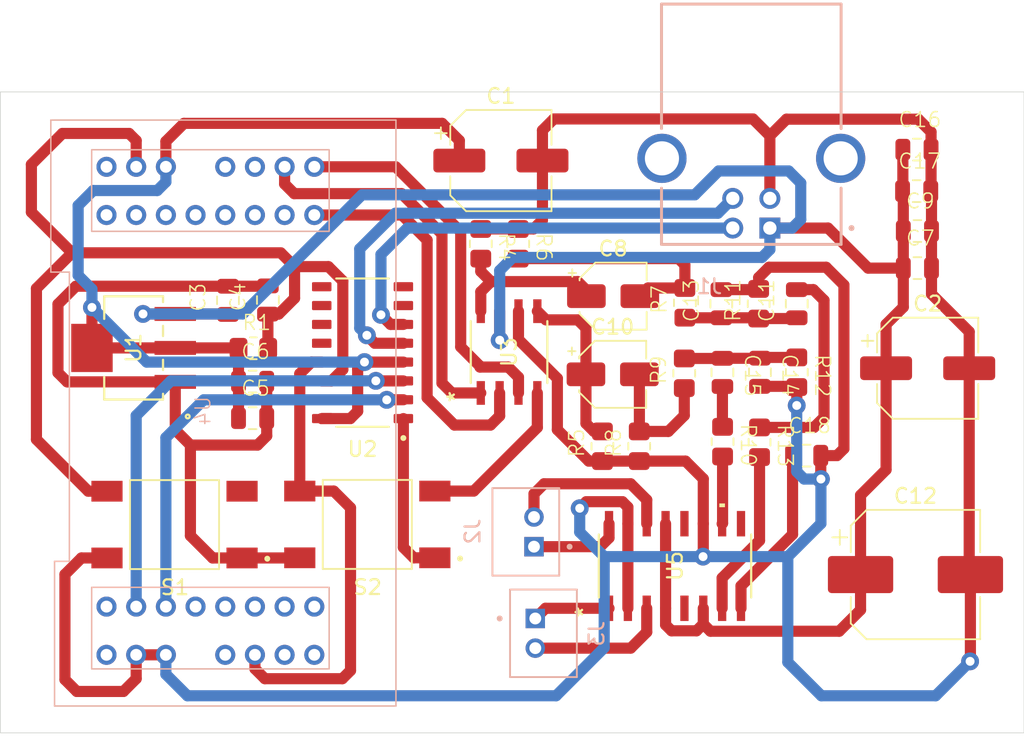
<source format=kicad_pcb>
(kicad_pcb (version 20240108) (generator "pcbnew") (generator_version "8.0")
  (layers (0 "F.Cu" signal) (31 "B.Cu" signal) (34 "B.Paste" user) (35 "F.Paste" user) (36 "B.SilkS" user "B.Silkscreen") (37 "F.SilkS" user "F.Silkscreen") (38 "B.Mask" user) (39 "F.Mask" user) (44 "Edge.Cuts" user))
  (net 0 "")
  (net 1 "GND")
  (net 2 "+3.3V")
  (net 3 "+5V")
  (net 4 "Net-(U3-AOUTR)")
  (net 5 "Net-(C8-Pad2)")
  (net 6 "Net-(U3-AOUTL)")
  (net 7 "Net-(C11-Pad2)")
  (net 8 "/Audio-Amp/Audo_L")
  (net 9 "/Audio-Amp/Audio_R")
  (net 10 "Net-(C10-Pad2)")
  (net 11 "Net-(U5-VREF)")
  (net 12 "/EN")
  (net 13 "Net-(C15-Pad2)")
  (net 14 "/Audio-Amp/R-")
  (net 15 "/Audio-Amp/R+")
  (net 16 "/Audio-Amp/L+")
  (net 17 "/Audio-Amp/L-")
  (net 18 "D+")
  (net 19 "D-")
  (net 20 "/IO0")
  (net 21 "Net-(U5-INL)")
  (net 22 "Net-(U5-INR)")
  (net 24 "/Data")
  (net 33 "/RX_ESP")
  (net 38 "/BCLK")
  (net 40 "/WS")
  (net 42 "/TX_ESP")
  (net 58 "Net-(J1-SHIELD-PadS1)")
  (footprint "PVA_board:C-0805" (layer "F.Cu") (at 188.53 92.23)
    (property "Reference" "C7")
    (property "Value" "1uF")
  )
  (footprint "PVA_board:C-0805" (layer "F.Cu") (at 142.0834 94.4 90)
    (property "Reference" "C3")
    (property "Value" "100nF")
  )
  (footprint "PVA_board:R-0805" (layer "F.Cu") (at 161.655 90.59 -90)
    (property "Reference" "R6")
    (property "Value" "10k")
  )
  (footprint "PVA_board:R-0805" (layer "F.Cu") (at 172.85 94.57 90)
    (property "Reference" "R7")
    (property "Value" "560")
  )
  (footprint "PVA_board:C-0805" (layer "F.Cu") (at 143.7434 102.35)
    (property "Reference" "C5")
    (property "Value" "100nF")
  )
  (footprint "PVA_board:C-0805" (layer "F.Cu") (at 180.4 94.63 90)
    (property "Reference" "C11")
    (property "Value" "0.47uF")
  )
  (footprint "PVA_board:CH430C_SOP16" (layer "F.Cu") (at 151.15 97.93 180)
    (property "Reference" "U2")
    (property "Value" "CH340C")
  )
  (footprint "PVA_board:CP_Elec_4x5.4" (layer "F.Cu") (at 168.03 94.12)
    (property "Reference" "C8")
    (property "Value" "3.3uF")
  )
  (footprint "PVA_board:R-0805" (layer "F.Cu") (at 169.775 104.24 90)
    (property "Reference" "R8")
    (property "Value" "10k")
  )
  (footprint "PVA_board:CP_Elec_6.3x5.4" (layer "F.Cu") (at 160.47 84.98)
    (property "Reference" "C1")
    (property "Value" "22uF")
  )
  (footprint "PVA_board:C-0805" (layer "F.Cu") (at 175.395 99.26 -90)
    (property "Reference" "C15")
    (property "Value" "0.47uF")
  )
  (footprint "PVA_board:CP_Elec_8x10.5" (layer "F.Cu") (at 188.4 112.89)
    (property "Reference" "C12")
    (property "Value" "470uF")
  )
  (footprint "PVA_board:C-0805" (layer "F.Cu") (at 177.92 99.25 -90)
    (property "Reference" "C14")
    (property "Value" "6nF")
  )
  (footprint "PVA_board:SOIC_8403DR_PAM8403-M" (layer "F.Cu") (at 172.2 112.31115 90)
    (property "Reference" "U5")
    (property "Value" "PAM8403DR")
  )
  (footprint "PVA_board:R-0805" (layer "F.Cu") (at 177.91 103.97 -90)
    (property "Reference" "R13")
    (property "Value" "20k")
  )
  (footprint "PVA_board:R-0805" (layer "F.Cu") (at 143.7934 97.62)
    (property "Reference" "R1")
    (property "Value" "10k")
  )
  (footprint "PVA_board:R-0805" (layer "F.Cu") (at 172.81 99.32 90)
    (property "Reference" "R9")
    (property "Value" "560")
  )
  (footprint "PVA_board:C-0805" (layer "F.Cu") (at 144.7734 94.38 90)
    (property "Reference" "C4")
    (property "Value" "1uF")
  )
  (footprint "PVA_board:SW_4pin_SMD" (layer "F.Cu") (at 138.4825 109.52 180)
    (property "Reference" "S1")
    (property "Value" "1571527-2")
  )
  (footprint "PVA_board:SW_4pin_SMD" (layer "F.Cu") (at 151.47 109.51 180)
    (property "Reference" "S2")
    (property "Value" "1571527-2")
  )
  (footprint "PVA_board:R-0805" (layer "F.Cu") (at 167.295 104.24 90)
    (property "Reference" "R5")
    (property "Value" "267k")
  )
  (footprint "PVA_board:R-0805" (layer "F.Cu") (at 175.42 103.93 -90)
    (property "Reference" "R10")
    (property "Value" "20k")
  )
  (footprint "PVA_board:C-0805" (layer "F.Cu") (at 188.53 89.73)
    (property "Reference" "C9")
    (property "Value" "0.1uF")
  )
  (footprint "PVA_board:CP_Elec_4x5.4" (layer "F.Cu") (at 168 99.39)
    (property "Reference" "C10")
    (property "Value" "3.3uF")
  )
  (footprint "PVA_board:R-0805" (layer "F.Cu") (at 159.13 90.59 -90)
    (property "Reference" "R4")
    (property "Value" "267k")
  )
  (footprint "PVA_board:SOT_AMS_ADS-M" (layer "F.Cu") (at 135.7267 97.61 90)
    (property "Reference" "U1")
    (property "Value" "AMS1117")
  )
  (footprint "PVA_board:C-0805" (layer "F.Cu") (at 188.48 87.04)
    (property "Reference" "C17")
    (property "Value" "1uF")
  )
  (footprint "PVA_board:CIR-SOIC-8_W150-M" (layer "F.Cu") (at 161.02 97.89 90)
    (property "Reference" "U3")
    (property "Value" "CS4334-KSZ")
  )
  (footprint "PVA_board:C-0805" (layer "F.Cu") (at 181.07 104.87)
    (property "Reference" "C18")
    (property "Value" ".1uF")
  )
  (footprint "PVA_board:C-0805" (layer "F.Cu") (at 175.32 94.63 90)
    (property "Reference" "C13")
    (property "Value" "6nF")
  )
  (footprint "PVA_board:C-0805" (layer "F.Cu") (at 188.5 84.24)
    (property "Reference" "C16")
    (property "Value" "1uF")
  )
  (footprint "PVA_board:R-0805" (layer "F.Cu") (at 177.82 94.63 90)
    (property "Reference" "R11")
    (property "Value" "22k")
  )
  (footprint "PVA_board:CP_Elec_6.3x5.4" (layer "F.Cu") (at 189.22 98.98)
    (property "Reference" "C2")
    (property "Value" "22uF")
  )
  (footprint "PVA_board:R-0805" (layer "F.Cu") (at 180.42 99.25 -90)
    (property "Reference" "R12")
    (property "Value" "22k")
  )
  (footprint "PVA_board:C-0805" (layer "F.Cu") (at 143.7434 99.88)
    (property "Reference" "C6")
    (property "Value" "0.1uF")
  )
  (footprint "PVA_board:2mm_2row_esp32_breakout" (layer "B.Cu") (at 140.9 101.85 -90)
    (property "Reference" "U4")
    (property "Value" "~")
  )
  (footprint "PVA_board:JST_B2B-PH" (layer "B.Cu") (at 162.7875 116.85 90)
    (property "Reference" "J3")
    (property "Value" "Audio_L")
  )
  (footprint "PVA_board:SAMTEC_USB-B-S-X-X-TH" (layer "B.Cu") (at 177.34 81.83)
    (property "Reference" "J1")
    (property "Value" "USB-B")
  )
  (footprint "PVA_board:JST_B2B-PH" (layer "B.Cu") (at 162.7 110.01 -90)
    (property "Reference" "J2")
    (property "Value" "Audio_R")
  )
  (gr_rect (start 126.75 80.35) (end 195.71 123.56) (stroke (width 0.05)) (fill none) (layer "Edge.Cuts"))
  (segment (start 169.025 108.34335) (end 168.6594 107.97775) (width 0.75) (layer "F.Cu") (net 1))
  (segment (start 174.105 109.46) (end 174.105 111.665) (width 0.75) (layer "F.Cu") (net 1))
  (segment (start 133.9325 111.77) (end 132.21 111.77) (width 0.75) (layer "F.Cu") (net 1))
  (segment (start 135.9 119.91) (end 135.9 118.3) (width 0.75) (layer "F.Cu") (net 1))
  (segment (start 182.02 106.44) (end 182.03 106.45) (width 0.75) (layer "F.Cu") (net 1))
  (segment (start 182.02 104.87) (end 182.02 106.44) (width 0.75) (layer "F.Cu") (net 1))
  (segment (start 189.48 92.23) (end 189.48 93.98) (width 0.75) (layer "F.Cu") (net 1))
  (segment (start 188.59 82.19) (end 189.45 83.05) (width 0.75) (layer "F.Cu") (net 1))
  (segment (start 162.67 89.59) (end 163.27 88.99) (width 0.75) (layer "F.Cu") (net 1))
  (segment (start 180.405 101.485) (end 180.4 101.49) (width 0.75) (layer "F.Cu") (net 1))
  (segment (start 163.27 88.99) (end 163.27 84.98) (width 0.75) (layer "F.Cu") (net 1))
  (segment (start 189.48 89.73) (end 189.48 87.09) (width 0.75) (layer "F.Cu") (net 1))
  (segment (start 161.64 89.59) (end 162.67 89.59) (width 0.75) (layer "F.Cu") (net 1))
  (segment (start 161.655 97.0464) (end 164.275 99.6664) (width 0.75) (layer "F.Cu") (net 1))
  (segment (start 164.035 82.175) (end 177.455 82.175) (width 0.75) (layer "F.Cu") (net 1))
  (segment (start 192.02 112.81) (end 192.1 112.89) (width 0.75) (layer "F.Cu") (net 1))
  (segment (start 178.59 87.53) (end 178.59 83.31) (width 0.75) (layer "F.Cu") (net 1))
  (segment (start 192.02 98.98) (end 192.02 112.81) (width 0.75) (layer "F.Cu") (net 1))
  (segment (start 174.105 111.665) (end 174.09 111.68) (width 0.75) (layer "F.Cu") (net 1))
  (segment (start 177.785 93.68) (end 177.835 93.63) (width 0.75) (layer "F.Cu") (net 1))
  (segment (start 180.405 100.25) (end 180.405 101.485) (width 0.75) (layer "F.Cu") (net 1))
  (segment (start 189.45 84.24) (end 189.45 87.02) (width 0.75) (layer "F.Cu") (net 1))
  (segment (start 154.6 111.76) (end 156.02 111.76) (width 0.75) (layer "F.Cu") (net 1))
  (segment (start 189.48 87.09) (end 189.43 87.04) (width 0.75) (layer "F.Cu") (net 1))
  (segment (start 178.53 92.17) (end 177.835 92.865) (width 0.75) (layer "F.Cu") (net 1))
  (segment (start 189.45 83.05) (end 189.45 84.24) (width 0.75) (layer "F.Cu") (net 1))
  (segment (start 142.0834 93.45) (end 144.7534 93.45) (width 0.75) (layer "F.Cu") (net 1))
  (segment (start 153.9 102.375) (end 153.9 111.06) (width 0.75) (layer "F.Cu") (net 1))
  (segment (start 183.11 104.87) (end 183.58 104.4) (width 0.75) (layer "F.Cu") (net 1))
  (segment (start 130.63 99.28) (end 131.25 99.9) (width 0.75) (layer "F.Cu") (net 1))
  (segment (start 161.655 95.1341) (end 161.655 97.0464) (width 0.75) (layer "F.Cu") (net 1))
  (segment (start 174.105 106.435) (end 174.105 109.46) (width 0.75) (layer "F.Cu") (net 1))
  (segment (start 175.32 93.68) (end 177.785 93.68) (width 0.75) (layer "F.Cu") (net 1))
  (segment (start 131.84 93.45) (end 130.63 94.66) (width 0.75) (layer "F.Cu") (net 1))
  (segment (start 144.6934 102.35) (end 144.6934 99.88) (width 0.75) (layer "F.Cu") (net 1))
  (segment (start 144.7534 93.45) (end 144.7734 93.43) (width 0.75) (layer "F.Cu") (net 1))
  (segment (start 144.0734 104.16) (end 144.6934 103.54) (width 0.75) (layer "F.Cu") (net 1))
  (segment (start 138.5334 103.14) (end 139.5534 104.16) (width 0.75) (layer "F.Cu") (net 1))
  (segment (start 177.92 100.2) (end 180.355 100.2) (width 0.75) (layer "F.Cu") (net 1))
  (segment (start 153.9 111.06) (end 154.6 111.76) (width 0.75) (layer "F.Cu") (net 1))
  (segment (start 139.5534 110.2734) (end 141.05 111.77) (width 0.75) (layer "F.Cu") (net 1))
  (segment (start 182.38 92.17) (end 178.53 92.17) (width 0.75) (layer "F.Cu") (net 1))
  (segment (start 177.455 82.175) (end 178.59 83.31) (width 0.75) (layer "F.Cu") (net 1))
  (segment (start 189.48 93.98) (end 192.02 96.52) (width 0.75) (layer "F.Cu") (net 1))
  (segment (start 189.45 87.02) (end 189.43 87.04) (width 0.75) (layer "F.Cu") (net 1))
  (segment (start 139.5534 104.16) (end 144.0734 104.16) (width 0.75) (layer "F.Cu") (net 1))
  (segment (start 135.9 118.3) (end 137.9 118.3) (width 0.75) (layer "F.Cu") (net 1))
  (segment (start 130.63 94.66) (end 130.63 99.28) (width 0.75) (layer "F.Cu") (net 1))
  (segment (start 192.1 112.89) (end 192.1 118.72) (width 0.75) (layer "F.Cu") (net 1))
  (segment (start 144.6934 103.54) (end 144.6934 102.35) (width 0.75) (layer "F.Cu") (net 1))
  (segment (start 167.31 105.24) (end 169.79 105.24) (width 0.75) (layer "F.Cu") (net 1))
  (segment (start 168.6594 107.97775) (end 166.22225 107.97775) (width 0.75) (layer "F.Cu") (net 1))
  (segment (start 163.27 84.98) (end 163.27 82.94) (width 0.75) (layer "F.Cu") (net 1))
  (segment (start 192.1 118.72) (end 192.08 118.74) (width 0.75) (layer "F.Cu") (net 1))
  (segment (start 161.64 89.59) (end 159.115 89.59) (width 0.75) (layer "F.Cu") (net 1))
  (segment (start 131.1 112.88) (end 131.1 119.97) (width 0.75) (layer "F.Cu") (net 1))
  (segment (start 141.05 111.77) (end 143.0325 111.77) (width 0.75) (layer "F.Cu") (net 1))
  (segment (start 131.1 119.97) (end 131.9 120.77) (width 0.75) (layer "F.Cu") (net 1))
  (segment (start 178.59 83.31) (end 179.71 82.19) (width 0.75) (layer "F.Cu") (net 1))
  (segment (start 139.5534 104.16) (end 139.5534 110.2734) (width 0.75) (layer "F.Cu") (net 1))
  (segment (start 180.355 100.2) (end 180.405 100.25) (width 0.75) (layer "F.Cu") (net 1))
  (segment (start 143.0325 111.77) (end 146.91 111.77) (width 0.75) (layer "F.Cu") (net 1))
  (segment (start 132.21 111.77) (end 131.1 112.88) (width 0.75) (layer "F.Cu") (net 1))
  (segment (start 146.91 111.77) (end 146.92 111.76) (width 0.75) (layer "F.Cu") (net 1))
  (segment (start 135.04 120.77) (end 135.9 119.91) (width 0.75) (layer "F.Cu") (net 1))
  (segment (start 164.275 99.6664) (end 164.275 103.125) (width 0.75) (layer "F.Cu") (net 1))
  (segment (start 182.02 104.87) (end 183.11 104.87) (width 0.75) (layer "F.Cu") (net 1))
  (segment (start 166.39 105.24) (end 167.31 105.24) (width 0.75) (layer "F.Cu") (net 1))
  (segment (start 189.48 89.73) (end 189.48 92.23) (width 0.75) (layer "F.Cu") (net 1))
  (segment (start 169.79 105.24) (end 172.91 105.24) (width 0.75) (layer "F.Cu") (net 1))
  (segment (start 177.835 92.865) (end 177.835 93.63) (width 0.75) (layer "F.Cu") (net 1))
  (segment (start 131.25 99.9) (end 138.5334 99.9) (width 0.75) (layer "F.Cu") (net 1))
  (segment (start 172.91 105.24) (end 174.105 106.435) (width 0.75) (layer "F.Cu") (net 1))
  (segment (start 179.71 82.19) (end 188.59 82.19) (width 0.75) (layer "F.Cu") (net 1))
  (segment (start 163.27 82.94) (end 164.035 82.175) (width 0.75) (layer "F.Cu") (net 1))
  (segment (start 183.58 104.4) (end 183.58 93.37) (width 0.75) (layer "F.Cu") (net 1))
  (segment (start 164.275 103.125) (end 166.39 105.24) (width 0.75) (layer "F.Cu") (net 1))
  (segment (start 169.025 109.46) (end 169.025 108.34335) (width 0.75) (layer "F.Cu") (net 1))
  (segment (start 192.02 96.52) (end 192.02 98.98) (width 0.75) (layer "F.Cu") (net 1))
  (segment (start 131.9 120.77) (end 135.04 120.77) (width 0.75) (layer "F.Cu") (net 1))
  (segment (start 166.22225 107.97775) (end 165.78 108.42) (width 0.75) (layer "F.Cu") (net 1))
  (segment (start 183.58 93.37) (end 182.38 92.17) (width 0.75) (layer "F.Cu") (net 1))
  (segment (start 142.0834 93.45) (end 131.84 93.45) (width 0.75) (layer "F.Cu") (net 1))
  (segment (start 169.025 109.46) (end 169.025 115.1623) (width 0.75) (layer "F.Cu") (net 1))
  (segment (start 138.5334 99.9) (end 138.5334 103.14) (width 0.75) (layer "F.Cu") (net 1))
  (via (at 192.08 118.74) (size 1.2) (drill 0.6) (layers "F.Cu" "B.Cu") (net 1))
  (via (at 174.09 111.68) (size 1.2) (drill 0.6) (layers "F.Cu" "B.Cu") (net 1))
  (via (at 182.03 106.45) (size 1.2) (drill 0.6) (layers "F.Cu" "B.Cu") (net 1))
  (via (at 180.4 101.49) (size 1.2) (drill 0.6) (layers "F.Cu" "B.Cu") (net 1))
  (via (at 165.78 108.42) (size 1.2) (drill 0.6) (layers "F.Cu" "B.Cu") (net 1))
  (segment (start 179.8 111.68) (end 174.09 111.68) (width 0.75) (layer "B.Cu") (net 1))
  (segment (start 182.03 106.45) (end 182.03 109.45) (width 0.75) (layer "B.Cu") (net 1))
  (segment (start 179.8 111.68) (end 179.8 118.8) (width 0.75) (layer "B.Cu") (net 1))
  (segment (start 182.03 109.45) (end 179.8 111.68) (width 0.75) (layer "B.Cu") (net 1))
  (segment (start 165.78 108.42) (end 165.78 110.03) (width 0.75) (layer "B.Cu") (net 1))
  (segment (start 164.19 121.06) (end 139.35 121.06) (width 0.75) (layer "B.Cu") (net 1))
  (segment (start 139.35 121.06) (end 137.9 119.61) (width 0.75) (layer "B.Cu") (net 1))
  (segment (start 182.06 121.06) (end 189.76 121.06) (width 0.75) (layer "B.Cu") (net 1))
  (segment (start 189.76 121.06) (end 192.08 118.74) (width 0.75) (layer "B.Cu") (net 1))
  (segment (start 137.9 119.61) (end 137.9 118.3) (width 0.75) (layer "B.Cu") (net 1))
  (segment (start 167.43 111.68) (end 167.43 117.82) (width 0.75) (layer "B.Cu") (net 1))
  (segment (start 180.4 101.49) (end 180.4 105.95) (width 0.75) (layer "B.Cu") (net 1))
  (segment (start 179.8 118.8) (end 182.06 121.06) (width 0.75) (layer "B.Cu") (net 1))
  (segment (start 180.9 106.45) (end 182.03 106.45) (width 0.75) (layer "B.Cu") (net 1))
  (segment (start 167.43 111.68) (end 174.09 111.68) (width 0.75) (layer "B.Cu") (net 1))
  (segment (start 167.43 117.82) (end 164.19 121.06) (width 0.75) (layer "B.Cu") (net 1))
  (segment (start 165.78 110.03) (end 167.43 111.68) (width 0.75) (layer "B.Cu") (net 1))
  (segment (start 180.4 105.95) (end 180.9 106.45) (width 0.75) (layer "B.Cu") (net 1))
  (segment (start 132.92 97.61) (end 132.92 94.88) (width 0.75) (layer "F.Cu") (net 2))
  (segment (start 153.9 98.565) (end 151.28 98.565) (width 0.75) (layer "F.Cu") (net 2))
  (segment (start 137.9 83.69) (end 139.12 82.47) (width 0.75) (layer "F.Cu") (net 2))
  (segment (start 150.820001 101.879999) (end 150.325 102.375) (width 0.75) (layer "F.Cu") (net 2))
  (segment (start 157.67 83.63) (end 157.67 84.98) (width 0.75) (layer "F.Cu") (net 2))
  (segment (start 142.7684 97.61) (end 142.7934 97.635) (width 0.75) (layer "F.Cu") (net 2))
  (segment (start 151.28 98.565) (end 151.727588 98.565) (width 0.75) (layer "F.Cu") (net 2))
  (segment (start 149.025 102.375) (end 148.4 102.375) (width 0.75) (layer "F.Cu") (net 2))
  (segment (start 142.7834 102.36) (end 142.7934 102.35) (width 0.75) (layer "F.Cu") (net 2))
  (segment (start 138.5334 97.61) (end 142.7684 97.61) (width 0.75) (layer "F.Cu") (net 2))
  (segment (start 132.92 97.61) (end 138.5334 97.61) (width 0.75) (layer "F.Cu") (net 2))
  (segment (start 150.325 102.375) (end 148.4 102.375) (width 0.75) (layer "F.Cu") (net 2))
  (segment (start 150.820001 99.024999) (end 150.820001 101.879999) (width 0.75) (layer "F.Cu") (net 2))
  (segment (start 151.28 98.565) (end 150.820001 99.024999) (width 0.75) (layer "F.Cu") (net 2))
  (segment (start 139.12 82.47) (end 156.51 82.47) (width 0.75) (layer "F.Cu") (net 2))
  (segment (start 142.7934 102.35) (end 142.7934 99.88) (width 0.75) (layer "F.Cu") (net 2))
  (segment (start 142.7934 97.635) (end 142.7934 99.88) (width 0.75) (layer "F.Cu") (net 2))
  (segment (start 137.9 85.4) (end 137.9 83.69) (width 0.75) (layer "F.Cu") (net 2))
  (segment (start 156.51 82.47) (end 157.67 83.63) (width 0.75) (layer "F.Cu") (net 2))
  (via (at 132.92 94.88) (size 1.2) (drill 0.6) (layers "F.Cu" "B.Cu") (net 2))
  (via (at 151.28 98.565) (size 1.2) (drill 0.6) (layers "F.Cu" "B.Cu") (net 2))
  (segment (start 137.9 86.42) (end 137.9 85.4) (width 0.75) (layer "B.Cu") (net 2))
  (segment (start 131.99 92.72) (end 131.99 88.01) (width 0.75) (layer "B.Cu") (net 2))
  (segment (start 133 87) (end 137.32 87) (width 0.75) (layer "B.Cu") (net 2))
  (segment (start 132.92 94.88) (end 132.92 93.65) (width 0.75) (layer "B.Cu") (net 2))
  (segment (start 137.32 87) (end 137.9 86.42) (width 0.75) (layer "B.Cu") (net 2))
  (segment (start 151.28 98.565) (end 136.605 98.565) (width 0.75) (layer "B.Cu") (net 2))
  (segment (start 131.99 88.01) (end 133 87) (width 0.75) (layer "B.Cu") (net 2))
  (segment (start 136.605 98.565) (end 132.92 94.88) (width 0.75) (layer "B.Cu") (net 2))
  (segment (start 132.92 93.65) (end 131.99 92.72) (width 0.75) (layer "B.Cu") (net 2))
  (segment (start 182.51 89.53) (end 178.59 89.53) (width 0.75) (layer "F.Cu") (net 3))
  (segment (start 187.58 92.23) (end 185.21 92.23) (width 0.75) (layer "F.Cu") (net 3))
  (segment (start 160.385 95.1341) (end 160.385 97.085) (width 0.75) (layer "F.Cu") (net 3))
  (segment (start 174.105 115.1623) (end 174.105 116.22615) (width 0.75) (layer "F.Cu") (net 3))
  (segment (start 160.385 97.085) (end 160.39 97.09) (width 0.75) (layer "F.Cu") (net 3))
  (segment (start 138.5334 95.32) (end 142.0534 95.32) (width 0.75) (layer "F.Cu") (net 3))
  (segment (start 187.55 87.02) (end 187.53 87.04) (width 0.75) (layer "F.Cu") (net 3))
  (segment (start 187.58 89.73) (end 187.58 87.09) (width 0.75) (layer "F.Cu") (net 3))
  (segment (start 171.565 115.1623) (end 171.565 109.46) (width 0.75) (layer "F.Cu") (net 3))
  (segment (start 184.7 107.54) (end 184.7 112.89) (width 0.75) (layer "F.Cu") (net 3))
  (segment (start 174.105 116.22615) (end 174.58885 116.71) (width 0.75) (layer "F.Cu") (net 3))
  (segment (start 186.42 105.82) (end 184.7 107.54) (width 0.75) (layer "F.Cu") (net 3))
  (segment (start 174.58885 116.71) (end 183.26 116.71) (width 0.75) (layer "F.Cu") (net 3))
  (segment (start 187.58 92.23) (end 187.58 89.73) (width 0.75) (layer "F.Cu") (net 3))
  (segment (start 138.5334 95.32) (end 136.36 95.32) (width 0.75) (layer "F.Cu") (net 3))
  (segment (start 184.7 115.27) (end 184.7 112.89) (width 0.75) (layer "F.Cu") (net 3))
  (segment (start 187.58 94.86) (end 186.42 96.02) (width 0.75) (layer "F.Cu") (net 3))
  (segment (start 187.58 87.09) (end 187.53 87.04) (width 0.75) (layer "F.Cu") (net 3))
  (segment (start 173.65 116.68115) (end 171.9672 116.68115) (width 0.75) (layer "F.Cu") (net 3))
  (segment (start 171.565 116.27895) (end 171.565 115.1623) (width 0.75) (layer "F.Cu") (net 3))
  (segment (start 187.58 92.23) (end 187.58 94.86) (width 0.75) (layer "F.Cu") (net 3))
  (segment (start 142.0534 95.32) (end 142.0834 95.35) (width 0.75) (layer "F.Cu") (net 3))
  (segment (start 186.42 98.98) (end 186.42 105.82) (width 0.75) (layer "F.Cu") (net 3))
  (segment (start 174.105 116.22615) (end 173.65 116.68115) (width 0.75) (layer "F.Cu") (net 3))
  (segment (start 186.42 96.02) (end 186.42 98.98) (width 0.75) (layer "F.Cu") (net 3))
  (segment (start 187.55 84.24) (end 187.55 87.02) (width 0.75) (layer "F.Cu") (net 3))
  (segment (start 183.26 116.71) (end 184.7 115.27) (width 0.75) (layer "F.Cu") (net 3))
  (segment (start 171.9672 116.68115) (end 171.565 116.27895) (width 0.75) (layer "F.Cu") (net 3))
  (segment (start 185.21 92.23) (end 182.51 89.53) (width 0.75) (layer "F.Cu") (net 3))
  (via (at 136.36 95.32) (size 1.2) (drill 0.6) (layers "F.Cu" "B.Cu") (net 3))
  (via (at 160.39 97.09) (size 1.2) (drill 0.6) (layers "F.Cu" "B.Cu") (net 3))
  (segment (start 180.67 88.96) (end 180.67 86.49) (width 0.75) (layer "B.Cu") (net 3))
  (segment (start 180.1 89.53) (end 180.67 88.96) (width 0.75) (layer "B.Cu") (net 3))
  (segment (start 179.86 85.68) (end 175.14 85.68) (width 0.75) (layer "B.Cu") (net 3))
  (segment (start 178.06 91.51) (end 178.59 90.98) (width 0.75) (layer "B.Cu") (net 3))
  (segment (start 178.59 90.98) (end 178.59 89.53) (width 0.75) (layer "B.Cu") (net 3))
  (segment (start 160.39 92.39) (end 161.27 91.51) (width 0.75) (layer "B.Cu") (net 3))
  (segment (start 175.14 85.68) (end 173.530001 87.289999) (width 0.75) (layer "B.Cu") (net 3))
  (segment (start 173.530001 87.289999) (end 151.110001 87.289999) (width 0.75) (layer "B.Cu") (net 3))
  (segment (start 160.39 97.09) (end 160.39 92.39) (width 0.75) (layer "B.Cu") (net 3))
  (segment (start 143.08 95.32) (end 136.36 95.32) (width 0.75) (layer "B.Cu") (net 3))
  (segment (start 151.110001 87.289999) (end 143.08 95.32) (width 0.75) (layer "B.Cu") (net 3))
  (segment (start 161.27 91.51) (end 178.06 91.51) (width 0.75) (layer "B.Cu") (net 3))
  (segment (start 178.59 89.53) (end 180.1 89.53) (width 0.75) (layer "B.Cu") (net 3))
  (segment (start 180.67 86.49) (end 179.86 85.68) (width 0.75) (layer "B.Cu") (net 3))
  (segment (start 162.925 95.1341) (end 163.5109 95.72) (width 0.75) (layer "F.Cu") (net 4))
  (segment (start 165.65 95.72) (end 166.2 96.27) (width 0.75) (layer "F.Cu") (net 4))
  (segment (start 163.5109 95.72) (end 165.65 95.72) (width 0.75) (layer "F.Cu") (net 4))
  (segment (start 166.2 102.7) (end 166.74 103.24) (width 0.75) (layer "F.Cu") (net 4))
  (segment (start 166.2 99.39) (end 166.2 102.7) (width 0.75) (layer "F.Cu") (net 4))
  (segment (start 166.74 103.24) (end 167.31 103.24) (width 0.75) (layer "F.Cu") (net 4))
  (segment (start 166.2 96.27) (end 166.2 99.39) (width 0.75) (layer "F.Cu") (net 4))
  (segment (start 170.38 93.57) (end 169.83 94.12) (width 0.75) (layer "F.Cu") (net 5))
  (segment (start 161.64 91.59) (end 172.44 91.59) (width 0.75) (layer "F.Cu") (net 5))
  (segment (start 172.44 91.59) (end 172.865 92.015) (width 0.75) (layer "F.Cu") (net 5))
  (segment (start 172.865 93.57) (end 170.38 93.57) (width 0.75) (layer "F.Cu") (net 5))
  (segment (start 172.865 92.015) (end 172.865 93.57) (width 0.75) (layer "F.Cu") (net 5))
  (segment (start 159.115 95.1341) (end 159.115 93.825) (width 0.75) (layer "F.Cu") (net 6))
  (segment (start 165.65 93.14) (end 159.8 93.14) (width 0.75) (layer "F.Cu") (net 6))
  (segment (start 159.8 93.14) (end 159.115 92.455) (width 0.75) (layer "F.Cu") (net 6))
  (segment (start 166.23 94.12) (end 166.23 93.72) (width 0.75) (layer "F.Cu") (net 6))
  (segment (start 159.115 92.455) (end 159.115 91.59) (width 0.75) (layer "F.Cu") (net 6))
  (segment (start 159.115 93.825) (end 159.8 93.14) (width 0.75) (layer "F.Cu") (net 6))
  (segment (start 166.23 93.72) (end 165.65 93.14) (width 0.75) (layer "F.Cu") (net 6))
  (segment (start 181.56 102.97) (end 177.895 102.97) (width 0.75) (layer "F.Cu") (net 7))
  (segment (start 181.52 93.68) (end 182.24 94.4) (width 0.75) (layer "F.Cu") (net 7))
  (segment (start 182.24 102.29) (end 181.56 102.97) (width 0.75) (layer "F.Cu") (net 7))
  (segment (start 182.24 94.4) (end 182.24 102.29) (width 0.75) (layer "F.Cu") (net 7))
  (segment (start 180.4 93.68) (end 181.52 93.68) (width 0.75) (layer "F.Cu") (net 7))
  (segment (start 175.32 95.58) (end 172.875 95.58) (width 0.75) (layer "F.Cu") (net 8))
  (segment (start 177.785 95.58) (end 177.835 95.63) (width 0.75) (layer "F.Cu") (net 8))
  (segment (start 180.35 95.63) (end 180.4 95.58) (width 0.75) (layer "F.Cu") (net 8))
  (segment (start 172.875 95.58) (end 172.865 95.57) (width 0.75) (layer "F.Cu") (net 8))
  (segment (start 177.835 95.63) (end 180.35 95.63) (width 0.75) (layer "F.Cu") (net 8))
  (segment (start 175.32 95.58) (end 177.785 95.58) (width 0.75) (layer "F.Cu") (net 8))
  (segment (start 177.91 98.31) (end 177.92 98.3) (width 0.75) (layer "F.Cu") (net 9))
  (segment (start 177.97 98.25) (end 177.92 98.3) (width 0.75) (layer "F.Cu") (net 9))
  (segment (start 172.825 98.32) (end 175.385 98.32) (width 0.75) (layer "F.Cu") (net 9))
  (segment (start 180.405 98.25) (end 177.97 98.25) (width 0.75) (layer "F.Cu") (net 9))
  (segment (start 175.395 98.31) (end 177.91 98.31) (width 0.75) (layer "F.Cu") (net 9))
  (segment (start 175.385 98.32) (end 175.395 98.31) (width 0.75) (layer "F.Cu") (net 9))
  (segment (start 172.825 102.165) (end 171.75 103.24) (width 0.75) (layer "F.Cu") (net 10))
  (segment (start 171.75 103.24) (end 169.79 103.24) (width 0.75) (layer "F.Cu") (net 10))
  (segment (start 169.8 99.39) (end 169.8 103.23) (width 0.75) (layer "F.Cu") (net 10))
  (segment (start 172.825 100.32) (end 172.825 102.165) (width 0.75) (layer "F.Cu") (net 10))
  (segment (start 169.8 103.23) (end 169.79 103.24) (width 0.75) (layer "F.Cu") (net 10))
  (segment (start 176.645 113.65615) (end 180.12 110.18115) (width 0.75) (layer "F.Cu") (net 11))
  (segment (start 176.645 115.1623) (end 176.645 113.65615) (width 0.75) (layer "F.Cu") (net 11))
  (segment (start 180.12 110.18115) (end 180.12 104.87) (width 0.75) (layer "F.Cu") (net 11))
  (segment (start 131.58 91.2) (end 129.18 93.6) (width 0.75) (layer "F.Cu") (net 12))
  (segment (start 135.42 83.15) (end 135.9 83.63) (width 0.75) (layer "F.Cu") (net 12))
  (segment (start 129.18 103.78) (end 132.67 107.27) (width 0.75) (layer "F.Cu") (net 12))
  (segment (start 149.82 93.099368) (end 148.850632 92.13) (width 0.75) (layer "F.Cu") (net 12))
  (segment (start 144.7634 97.605) (end 144.7934 97.635) (width 0.75) (layer "F.Cu") (net 12))
  (segment (start 132.67 107.27) (end 133.9325 107.27) (width 0.75) (layer "F.Cu") (net 12))
  (segment (start 128.84 85.24) (end 128.84 88.46) (width 0.75) (layer "F.Cu") (net 12))
  (segment (start 149.82 99.069999) (end 149.82 93.099368) (width 0.75) (layer "F.Cu") (net 12))
  (segment (start 128.84 88.46) (end 131.58 91.2) (width 0.75) (layer "F.Cu") (net 12))
  (segment (start 144.7734 95.33) (end 144.7734 97.615) (width 0.75) (layer "F.Cu") (net 12))
  (segment (start 130.93 83.15) (end 135.42 83.15) (width 0.75) (layer "F.Cu") (net 12))
  (segment (start 148.4 99.835) (end 149.054999 99.835) (width 0.75) (layer "F.Cu") (net 12))
  (segment (start 129.18 93.6) (end 129.18 103.78) (width 0.75) (layer "F.Cu") (net 12))
  (segment (start 145.4984 95.33) (end 146.57 94.2584) (width 0.75) (layer "F.Cu") (net 12))
  (segment (start 146.57 94.2584) (end 146.57 92.13) (width 0.75) (layer "F.Cu") (net 12))
  (segment (start 144.7734 97.615) (end 144.7934 97.635) (width 0.75) (layer "F.Cu") (net 12))
  (segment (start 148.850632 92.13) (end 146.57 92.13) (width 0.75) (layer "F.Cu") (net 12))
  (segment (start 135.9 83.63) (end 135.9 85.4) (width 0.75) (layer "F.Cu") (net 12))
  (segment (start 128.84 85.24) (end 130.93 83.15) (width 0.75) (layer "F.Cu") (net 12))
  (segment (start 144.7734 95.33) (end 145.4984 95.33) (width 0.75) (layer "F.Cu") (net 12))
  (segment (start 146.57 92.13) (end 145.64 91.2) (width 0.75) (layer "F.Cu") (net 12))
  (segment (start 145.64 91.2) (end 131.58 91.2) (width 0.75) (layer "F.Cu") (net 12))
  (segment (start 149.054999 99.835) (end 149.82 99.069999) (width 0.75) (layer "F.Cu") (net 12))
  (segment (start 175.395 102.92) (end 175.405 102.93) (width 0.75) (layer "F.Cu") (net 13))
  (segment (start 175.395 100.21) (end 175.395 102.92) (width 0.75) (layer "F.Cu") (net 13))
  (segment (start 169.21225 106.77) (end 170.295 107.85275) (width 0.75) (layer "F.Cu") (net 14))
  (segment (start 163.3775 106.77) (end 169.21225 106.77) (width 0.75) (layer "F.Cu") (net 14))
  (segment (start 162.7 107.4475) (end 163.3775 106.77) (width 0.75) (layer "F.Cu") (net 14))
  (segment (start 162.7 109.01) (end 162.7 107.4475) (width 0.75) (layer "F.Cu") (net 14))
  (segment (start 170.295 107.85275) (end 170.295 109.46) (width 0.75) (layer "F.Cu") (net 14))
  (segment (start 167.16 111.01) (end 167.755 110.415) (width 0.75) (layer "F.Cu") (net 15))
  (segment (start 162.7 111.01) (end 167.16 111.01) (width 0.75) (layer "F.Cu") (net 15))
  (segment (start 167.755 110.415) (end 167.755 109.46) (width 0.75) (layer "F.Cu") (net 15))
  (segment (start 163.4752 115.1623) (end 162.7875 115.85) (width 0.75) (layer "F.Cu") (net 16))
  (segment (start 167.755 115.1623) (end 163.4752 115.1623) (width 0.75) (layer "F.Cu") (net 16))
  (segment (start 169.21455 117.85) (end 170.295 116.76955) (width 0.75) (layer "F.Cu") (net 17))
  (segment (start 162.7875 117.85) (end 169.21455 117.85) (width 0.75) (layer "F.Cu") (net 17))
  (segment (start 170.295 115.1623) (end 170.295 116.76955) (width 0.75) (layer "F.Cu") (net 17))
  (segment (start 151.975 97.295) (end 153.9 97.295) (width 0.75) (layer "F.Cu") (net 18))
  (segment (start 151.44 96.76) (end 151.975 97.295) (width 0.75) (layer "F.Cu") (net 18))
  (via (at 151.44 96.76) (size 1.2) (drill 0.6) (layers "F.Cu" "B.Cu") (net 18))
  (segment (start 153.36 88.53) (end 175.09 88.53) (width 0.75) (layer "B.Cu") (net 18))
  (segment (start 150.96 96.28) (end 150.96 90.93) (width 0.75) (layer "B.Cu") (net 18))
  (segment (start 175.09 88.53) (end 176.09 87.53) (width 0.75) (layer "B.Cu") (net 18))
  (segment (start 150.96 90.93) (end 153.36 88.53) (width 0.75) (layer "B.Cu") (net 18))
  (segment (start 151.44 96.76) (end 150.96 96.28) (width 0.75) (layer "B.Cu") (net 18))
  (segment (start 152.39 95.38) (end 153.035 96.025) (width 0.75) (layer "F.Cu") (net 19))
  (segment (start 153.035 96.025) (end 153.9 96.025) (width 0.75) (layer "F.Cu") (net 19))
  (via (at 152.39 95.38) (size 1.2) (drill 0.6) (layers "F.Cu" "B.Cu") (net 19))
  (segment (start 152.39 95.38) (end 152.39 91.31) (width 0.75) (layer "B.Cu") (net 19))
  (segment (start 152.39 91.31) (end 154.17 89.53) (width 0.75) (layer "B.Cu") (net 19))
  (segment (start 154.17 89.53) (end 176.09 89.53) (width 0.75) (layer "B.Cu") (net 19))
  (segment (start 149.21 107.26) (end 146.92 107.26) (width 0.75) (layer "F.Cu") (net 20))
  (segment (start 143.9 119.24) (end 144.57 119.91) (width 0.75) (layer "F.Cu") (net 20))
  (segment (start 143.9 118.3) (end 143.9 119.24) (width 0.75) (layer "F.Cu") (net 20))
  (segment (start 150.34 119.36) (end 150.34 108.39) (width 0.75) (layer "F.Cu") (net 20))
  (segment (start 144.57 119.91) (end 149.79 119.91) (width 0.75) (layer "F.Cu") (net 20))
  (segment (start 150.34 108.39) (end 149.21 107.26) (width 0.75) (layer "F.Cu") (net 20))
  (segment (start 162.925 100.6459) (end 162.925 102.975) (width 0.75) (layer "F.Cu") (net 20))
  (segment (start 147.705 98.565) (end 146.92 99.35) (width 0.75) (layer "F.Cu") (net 20))
  (segment (start 146.92 99.35) (end 146.92 107.26) (width 0.75) (layer "F.Cu") (net 20))
  (segment (start 149.79 119.91) (end 150.34 119.36) (width 0.75) (layer "F.Cu") (net 20))
  (segment (start 162.925 102.975) (end 158.64 107.26) (width 0.75) (layer "F.Cu") (net 20))
  (segment (start 158.64 107.26) (end 156.02 107.26) (width 0.75) (layer "F.Cu") (net 20))
  (segment (start 148.4 98.565) (end 147.705 98.565) (width 0.75) (layer "F.Cu") (net 20))
  (segment (start 177.895 110.59665) (end 175.375 113.11665) (width 0.75) (layer "F.Cu") (net 21))
  (segment (start 175.375 113.11665) (end 175.375 115.1623) (width 0.75) (layer "F.Cu") (net 21))
  (segment (start 177.895 104.97) (end 177.895 110.59665) (width 0.75) (layer "F.Cu") (net 21))
  (segment (start 175.405 104.93) (end 175.405 109.43) (width 0.75) (layer "F.Cu") (net 22))
  (segment (start 175.405 109.43) (end 175.375 109.46) (width 0.75) (layer "F.Cu") (net 22))
  (segment (start 153.78 87.21) (end 146.55 87.21) (width 0.75) (layer "F.Cu") (net 24))
  (segment (start 157.1659 100.6459) (end 156.5 99.98) (width 0.75) (layer "F.Cu") (net 24))
  (segment (start 156.5 99.98) (end 156.5 89.93) (width 0.75) (layer "F.Cu") (net 24))
  (segment (start 156.5 89.93) (end 153.78 87.21) (width 0.75) (layer "F.Cu") (net 24))
  (segment (start 146.55 87.21) (end 145.9 86.56) (width 0.75) (layer "F.Cu") (net 24))
  (segment (start 159.115 100.6459) (end 157.1659 100.6459) (width 0.75) (layer "F.Cu") (net 24))
  (segment (start 145.9 86.56) (end 145.9 85.4) (width 0.75) (layer "F.Cu") (net 24))
  (segment (start 152.785 101.105) (end 153.9 101.105) (width 0.75) (layer "F.Cu") (net 33))
  (segment (start 152.78 101.11) (end 152.785 101.105) (width 0.75) (layer "F.Cu") (net 33))
  (via (at 152.78 101.11) (size 1.2) (drill 0.6) (layers "F.Cu" "B.Cu") (net 33))
  (segment (start 137.9 103.66) (end 137.9 115.05) (width 0.75) (layer "B.Cu") (net 33))
  (segment (start 140.45 101.11) (end 137.9 103.66) (width 0.75) (layer "B.Cu") (net 33))
  (segment (start 152.78 101.11) (end 140.45 101.11) (width 0.75) (layer "B.Cu") (net 33))
  (segment (start 160.385 102.196) (end 159.771 102.81) (width 0.75) (layer "F.Cu") (net 38))
  (segment (start 155.5 90.344214) (end 153.805786 88.65) (width 0.75) (layer "F.Cu") (net 38))
  (segment (start 159.771 102.81) (end 157.34 102.81) (width 0.75) (layer "F.Cu") (net 38))
  (segment (start 157.34 102.81) (end 155.5 100.97) (width 0.75) (layer "F.Cu") (net 38))
  (segment (start 155.5 100.97) (end 155.5 90.344214) (width 0.75) (layer "F.Cu") (net 38))
  (segment (start 153.805786 88.65) (end 147.9 88.65) (width 0.75) (layer "F.Cu") (net 38))
  (segment (start 160.385 100.6459) (end 160.385 102.196) (width 0.75) (layer "F.Cu") (net 38))
  (segment (start 157.7625 89.778286) (end 153.384214 85.4) (width 0.75) (layer "F.Cu") (net 40))
  (segment (start 157.7625 97.5425) (end 157.7625 89.778286) (width 0.75) (layer "F.Cu") (net 40))
  (segment (start 159.06 98.84) (end 157.7625 97.5425) (width 0.75) (layer "F.Cu") (net 40))
  (segment (start 161.655 100.6459) (end 161.655 99.5864) (width 0.75) (layer "F.Cu") (net 40))
  (segment (start 161.655 99.5864) (end 160.9686 98.9) (width 0.75) (layer "F.Cu") (net 40))
  (segment (start 153.384214 85.4) (end 147.9 85.4) (width 0.75) (layer "F.Cu") (net 40))
  (segment (start 159.06 98.9) (end 159.06 98.84) (width 0.75) (layer "F.Cu") (net 40))
  (segment (start 160.9686 98.9) (end 159.06 98.9) (width 0.75) (layer "F.Cu") (net 40))
  (segment (start 152.050001 99.835) (end 153.9 99.835) (width 0.75) (layer "F.Cu") (net 42))
  (segment (start 152.045001 99.83) (end 152.050001 99.835) (width 0.75) (layer "F.Cu") (net 42))
  (via (at 152.045001 99.83) (size 1.2) (drill 0.6) (layers "F.Cu" "B.Cu") (net 42))
  (segment (start 138.24 99.83) (end 135.9 102.17) (width 0.75) (layer "B.Cu") (net 42))
  (segment (start 135.9 102.17) (end 135.9 115.05) (width 0.75) (layer "B.Cu") (net 42))
  (segment (start 152.045001 99.83) (end 138.24 99.83) (width 0.75) (layer "B.Cu") (net 42))
)
</source>
